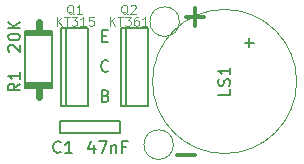
<source format=gbr>
G04 #@! TF.GenerationSoftware,KiCad,Pcbnew,5.1.5-52549c5~86~ubuntu18.04.1*
G04 #@! TF.CreationDate,2020-04-19T21:09:33+03:00*
G04 #@! TF.ProjectId,buzzer,62757a7a-6572-42e6-9b69-6361645f7063,rev?*
G04 #@! TF.SameCoordinates,Original*
G04 #@! TF.FileFunction,Legend,Top*
G04 #@! TF.FilePolarity,Positive*
%FSLAX46Y46*%
G04 Gerber Fmt 4.6, Leading zero omitted, Abs format (unit mm)*
G04 Created by KiCad (PCBNEW 5.1.5-52549c5~86~ubuntu18.04.1) date 2020-04-19 21:09:33*
%MOMM*%
%LPD*%
G04 APERTURE LIST*
%ADD10C,0.150000*%
%ADD11C,0.300000*%
%ADD12C,0.600000*%
%ADD13C,0.120000*%
%ADD14C,0.125000*%
G04 APERTURE END LIST*
D10*
X135675714Y-85018571D02*
X136009047Y-85018571D01*
X136151904Y-85542380D02*
X135675714Y-85542380D01*
X135675714Y-84542380D01*
X136151904Y-84542380D01*
X136199523Y-87987142D02*
X136151904Y-88034761D01*
X136009047Y-88082380D01*
X135913809Y-88082380D01*
X135770952Y-88034761D01*
X135675714Y-87939523D01*
X135628095Y-87844285D01*
X135580476Y-87653809D01*
X135580476Y-87510952D01*
X135628095Y-87320476D01*
X135675714Y-87225238D01*
X135770952Y-87130000D01*
X135913809Y-87082380D01*
X136009047Y-87082380D01*
X136151904Y-87130000D01*
X136199523Y-87177619D01*
X135961428Y-90098571D02*
X136104285Y-90146190D01*
X136151904Y-90193809D01*
X136199523Y-90289047D01*
X136199523Y-90431904D01*
X136151904Y-90527142D01*
X136104285Y-90574761D01*
X136009047Y-90622380D01*
X135628095Y-90622380D01*
X135628095Y-89622380D01*
X135961428Y-89622380D01*
X136056666Y-89670000D01*
X136104285Y-89717619D01*
X136151904Y-89812857D01*
X136151904Y-89908095D01*
X136104285Y-90003333D01*
X136056666Y-90050952D01*
X135961428Y-90098571D01*
X135628095Y-90098571D01*
D11*
X141986095Y-95138857D02*
X143509904Y-95138857D01*
X142748095Y-83454857D02*
X144271904Y-83454857D01*
X143510000Y-84216761D02*
X143510000Y-82692952D01*
D10*
X129159000Y-84963000D02*
X131445000Y-84963000D01*
X129159000Y-84836000D02*
X131445000Y-84836000D01*
X129159000Y-84709000D02*
X131445000Y-84709000D01*
X129159000Y-89027000D02*
X131445000Y-89027000D01*
X129159000Y-89154000D02*
X131445000Y-89154000D01*
X129159000Y-89281000D02*
X131445000Y-89281000D01*
D12*
X130302000Y-84582000D02*
X130302000Y-83820000D01*
X130302000Y-89408000D02*
X130302000Y-90170000D01*
D10*
X129159000Y-84582000D02*
X129159000Y-89408000D01*
X131445000Y-89408000D02*
X131445000Y-84582000D01*
X129159000Y-89408000D02*
X131445000Y-89408000D01*
X131445000Y-84582000D02*
X129159000Y-84582000D01*
D13*
X152150000Y-88890000D02*
G75*
G03X152150000Y-88890000I-6100000J0D01*
G01*
D10*
X137160000Y-92202000D02*
X132080000Y-92202000D01*
X137160000Y-93218000D02*
X137160000Y-92202000D01*
X132080000Y-93218000D02*
X137160000Y-93218000D01*
X132080000Y-92202000D02*
X132080000Y-93218000D01*
D13*
X141713000Y-94234000D02*
G75*
G03X141713000Y-94234000I-1251000J0D01*
G01*
D10*
X139573000Y-90932000D02*
X139573000Y-84328000D01*
X139446000Y-90932000D02*
X139573000Y-90932000D01*
X137287000Y-90932000D02*
X139446000Y-90932000D01*
X137287000Y-84328000D02*
X137287000Y-90932000D01*
X139573000Y-84328000D02*
X137287000Y-84328000D01*
X137668000Y-84328000D02*
X137668000Y-90932000D01*
X132588000Y-84368000D02*
X132588000Y-90972000D01*
X134493000Y-84368000D02*
X132207000Y-84368000D01*
X132207000Y-84368000D02*
X132207000Y-90972000D01*
X132207000Y-90972000D02*
X134366000Y-90972000D01*
X134366000Y-90972000D02*
X134493000Y-90972000D01*
X134493000Y-90972000D02*
X134493000Y-84368000D01*
D13*
X142221000Y-83820000D02*
G75*
G03X142221000Y-83820000I-1251000J0D01*
G01*
D10*
X128722380Y-89066666D02*
X128246190Y-89400000D01*
X128722380Y-89638095D02*
X127722380Y-89638095D01*
X127722380Y-89257142D01*
X127770000Y-89161904D01*
X127817619Y-89114285D01*
X127912857Y-89066666D01*
X128055714Y-89066666D01*
X128150952Y-89114285D01*
X128198571Y-89161904D01*
X128246190Y-89257142D01*
X128246190Y-89638095D01*
X128722380Y-88114285D02*
X128722380Y-88685714D01*
X128722380Y-88400000D02*
X127722380Y-88400000D01*
X127865238Y-88495238D01*
X127960476Y-88590476D01*
X128008095Y-88685714D01*
X127817619Y-86351904D02*
X127770000Y-86304285D01*
X127722380Y-86209047D01*
X127722380Y-85970952D01*
X127770000Y-85875714D01*
X127817619Y-85828095D01*
X127912857Y-85780476D01*
X128008095Y-85780476D01*
X128150952Y-85828095D01*
X128722380Y-86399523D01*
X128722380Y-85780476D01*
X127722380Y-85161428D02*
X127722380Y-85066190D01*
X127770000Y-84970952D01*
X127817619Y-84923333D01*
X127912857Y-84875714D01*
X128103333Y-84828095D01*
X128341428Y-84828095D01*
X128531904Y-84875714D01*
X128627142Y-84923333D01*
X128674761Y-84970952D01*
X128722380Y-85066190D01*
X128722380Y-85161428D01*
X128674761Y-85256666D01*
X128627142Y-85304285D01*
X128531904Y-85351904D01*
X128341428Y-85399523D01*
X128103333Y-85399523D01*
X127912857Y-85351904D01*
X127817619Y-85304285D01*
X127770000Y-85256666D01*
X127722380Y-85161428D01*
X128722380Y-84399523D02*
X127722380Y-84399523D01*
X128722380Y-83828095D02*
X128150952Y-84256666D01*
X127722380Y-83828095D02*
X128293809Y-84399523D01*
X146502380Y-89532857D02*
X146502380Y-90009047D01*
X145502380Y-90009047D01*
X146454761Y-89247142D02*
X146502380Y-89104285D01*
X146502380Y-88866190D01*
X146454761Y-88770952D01*
X146407142Y-88723333D01*
X146311904Y-88675714D01*
X146216666Y-88675714D01*
X146121428Y-88723333D01*
X146073809Y-88770952D01*
X146026190Y-88866190D01*
X145978571Y-89056666D01*
X145930952Y-89151904D01*
X145883333Y-89199523D01*
X145788095Y-89247142D01*
X145692857Y-89247142D01*
X145597619Y-89199523D01*
X145550000Y-89151904D01*
X145502380Y-89056666D01*
X145502380Y-88818571D01*
X145550000Y-88675714D01*
X146502380Y-87723333D02*
X146502380Y-88294761D01*
X146502380Y-88009047D02*
X145502380Y-88009047D01*
X145645238Y-88104285D01*
X145740476Y-88199523D01*
X145788095Y-88294761D01*
X148153428Y-85978952D02*
X148153428Y-85217047D01*
X148534380Y-85598000D02*
X147772476Y-85598000D01*
X132167333Y-94845142D02*
X132119714Y-94892761D01*
X131976857Y-94940380D01*
X131881619Y-94940380D01*
X131738761Y-94892761D01*
X131643523Y-94797523D01*
X131595904Y-94702285D01*
X131548285Y-94511809D01*
X131548285Y-94368952D01*
X131595904Y-94178476D01*
X131643523Y-94083238D01*
X131738761Y-93988000D01*
X131881619Y-93940380D01*
X131976857Y-93940380D01*
X132119714Y-93988000D01*
X132167333Y-94035619D01*
X133119714Y-94940380D02*
X132548285Y-94940380D01*
X132834000Y-94940380D02*
X132834000Y-93940380D01*
X132738761Y-94083238D01*
X132643523Y-94178476D01*
X132548285Y-94226095D01*
X134977333Y-94273714D02*
X134977333Y-94940380D01*
X134739238Y-93892761D02*
X134501142Y-94607047D01*
X135120190Y-94607047D01*
X135405904Y-93940380D02*
X136072571Y-93940380D01*
X135644000Y-94940380D01*
X136453523Y-94273714D02*
X136453523Y-94940380D01*
X136453523Y-94368952D02*
X136501142Y-94321333D01*
X136596380Y-94273714D01*
X136739238Y-94273714D01*
X136834476Y-94321333D01*
X136882095Y-94416571D01*
X136882095Y-94940380D01*
X137691619Y-94416571D02*
X137358285Y-94416571D01*
X137358285Y-94940380D02*
X137358285Y-93940380D01*
X137834476Y-93940380D01*
D14*
X137850571Y-83214714D02*
X137779142Y-83179000D01*
X137707714Y-83107571D01*
X137600571Y-83000428D01*
X137529142Y-82964714D01*
X137457714Y-82964714D01*
X137493428Y-83143285D02*
X137422000Y-83107571D01*
X137350571Y-83036142D01*
X137314857Y-82893285D01*
X137314857Y-82643285D01*
X137350571Y-82500428D01*
X137422000Y-82429000D01*
X137493428Y-82393285D01*
X137636285Y-82393285D01*
X137707714Y-82429000D01*
X137779142Y-82500428D01*
X137814857Y-82643285D01*
X137814857Y-82893285D01*
X137779142Y-83036142D01*
X137707714Y-83107571D01*
X137636285Y-83143285D01*
X137493428Y-83143285D01*
X138100571Y-82464714D02*
X138136285Y-82429000D01*
X138207714Y-82393285D01*
X138386285Y-82393285D01*
X138457714Y-82429000D01*
X138493428Y-82464714D01*
X138529142Y-82536142D01*
X138529142Y-82607571D01*
X138493428Y-82714714D01*
X138064857Y-83143285D01*
X138529142Y-83143285D01*
X136368428Y-84159285D02*
X136368428Y-83409285D01*
X136797000Y-84159285D02*
X136475571Y-83730714D01*
X136797000Y-83409285D02*
X136368428Y-83837857D01*
X137011285Y-83409285D02*
X137439857Y-83409285D01*
X137225571Y-84159285D02*
X137225571Y-83409285D01*
X137618428Y-83409285D02*
X138082714Y-83409285D01*
X137832714Y-83695000D01*
X137939857Y-83695000D01*
X138011285Y-83730714D01*
X138047000Y-83766428D01*
X138082714Y-83837857D01*
X138082714Y-84016428D01*
X138047000Y-84087857D01*
X138011285Y-84123571D01*
X137939857Y-84159285D01*
X137725571Y-84159285D01*
X137654142Y-84123571D01*
X137618428Y-84087857D01*
X138725571Y-83409285D02*
X138582714Y-83409285D01*
X138511285Y-83445000D01*
X138475571Y-83480714D01*
X138404142Y-83587857D01*
X138368428Y-83730714D01*
X138368428Y-84016428D01*
X138404142Y-84087857D01*
X138439857Y-84123571D01*
X138511285Y-84159285D01*
X138654142Y-84159285D01*
X138725571Y-84123571D01*
X138761285Y-84087857D01*
X138797000Y-84016428D01*
X138797000Y-83837857D01*
X138761285Y-83766428D01*
X138725571Y-83730714D01*
X138654142Y-83695000D01*
X138511285Y-83695000D01*
X138439857Y-83730714D01*
X138404142Y-83766428D01*
X138368428Y-83837857D01*
X139511285Y-84159285D02*
X139082714Y-84159285D01*
X139297000Y-84159285D02*
X139297000Y-83409285D01*
X139225571Y-83516428D01*
X139154142Y-83587857D01*
X139082714Y-83623571D01*
X133278571Y-83214714D02*
X133207142Y-83179000D01*
X133135714Y-83107571D01*
X133028571Y-83000428D01*
X132957142Y-82964714D01*
X132885714Y-82964714D01*
X132921428Y-83143285D02*
X132850000Y-83107571D01*
X132778571Y-83036142D01*
X132742857Y-82893285D01*
X132742857Y-82643285D01*
X132778571Y-82500428D01*
X132850000Y-82429000D01*
X132921428Y-82393285D01*
X133064285Y-82393285D01*
X133135714Y-82429000D01*
X133207142Y-82500428D01*
X133242857Y-82643285D01*
X133242857Y-82893285D01*
X133207142Y-83036142D01*
X133135714Y-83107571D01*
X133064285Y-83143285D01*
X132921428Y-83143285D01*
X133957142Y-83143285D02*
X133528571Y-83143285D01*
X133742857Y-83143285D02*
X133742857Y-82393285D01*
X133671428Y-82500428D01*
X133600000Y-82571857D01*
X133528571Y-82607571D01*
X131846428Y-84159285D02*
X131846428Y-83409285D01*
X132275000Y-84159285D02*
X131953571Y-83730714D01*
X132275000Y-83409285D02*
X131846428Y-83837857D01*
X132489285Y-83409285D02*
X132917857Y-83409285D01*
X132703571Y-84159285D02*
X132703571Y-83409285D01*
X133096428Y-83409285D02*
X133560714Y-83409285D01*
X133310714Y-83695000D01*
X133417857Y-83695000D01*
X133489285Y-83730714D01*
X133525000Y-83766428D01*
X133560714Y-83837857D01*
X133560714Y-84016428D01*
X133525000Y-84087857D01*
X133489285Y-84123571D01*
X133417857Y-84159285D01*
X133203571Y-84159285D01*
X133132142Y-84123571D01*
X133096428Y-84087857D01*
X134275000Y-84159285D02*
X133846428Y-84159285D01*
X134060714Y-84159285D02*
X134060714Y-83409285D01*
X133989285Y-83516428D01*
X133917857Y-83587857D01*
X133846428Y-83623571D01*
X134953571Y-83409285D02*
X134596428Y-83409285D01*
X134560714Y-83766428D01*
X134596428Y-83730714D01*
X134667857Y-83695000D01*
X134846428Y-83695000D01*
X134917857Y-83730714D01*
X134953571Y-83766428D01*
X134989285Y-83837857D01*
X134989285Y-84016428D01*
X134953571Y-84087857D01*
X134917857Y-84123571D01*
X134846428Y-84159285D01*
X134667857Y-84159285D01*
X134596428Y-84123571D01*
X134560714Y-84087857D01*
M02*

</source>
